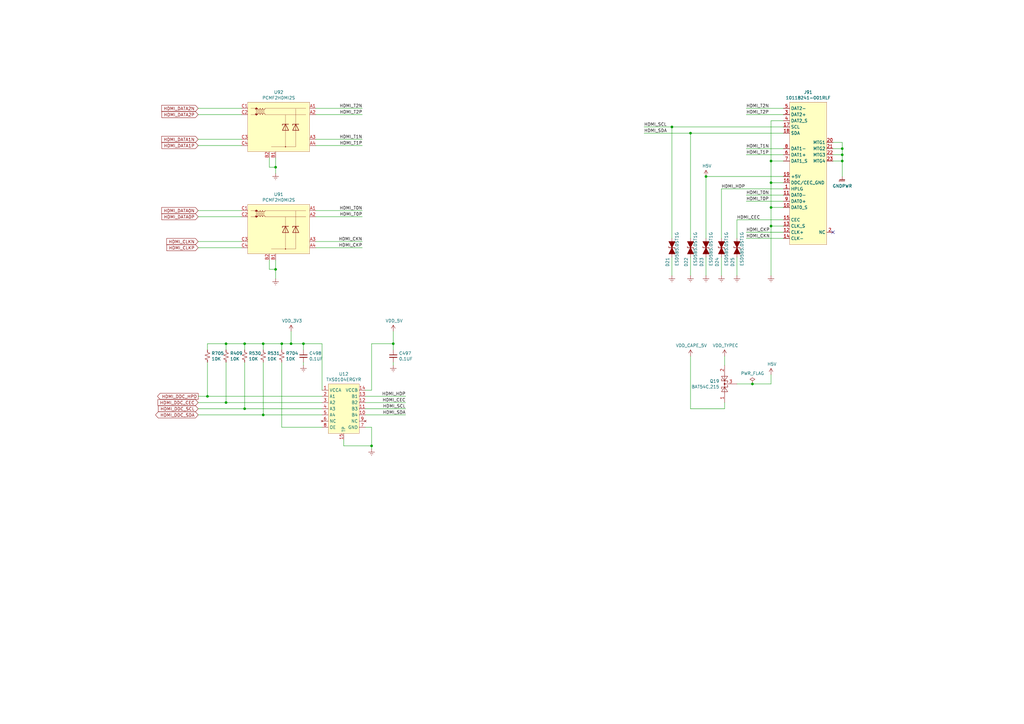
<source format=kicad_sch>
(kicad_sch (version 20210126) (generator eeschema)
  (paper "A3")
  (title_block (title "BeagleBone AI AM57x") (date "2021-01-15") (rev "Kicad-A1") (company "KiCad Services Corporation"))
  (lib_symbols
    (symbol "Device:C_Small" (pin_numbers hide) (pin_names (offset 0.254) hide)
      (property "Reference" "C" (at 0.254 1.778 0))
      (property "Value" "C_Small" (at 0.254 -2.032 0))
      (symbol "C_Small_0_1"
        (polyline (pts (xy -1.524 -0.508) (xy 1.524 -0.508)) (stroke (width 0.3302)))
        (polyline (pts (xy -1.524 0.508) (xy 1.524 0.508)) (stroke (width 0.3048)))
      )
      (symbol "C_Small_1_1"
        (pin passive line (at 0 2.54 270) (length 2.032) (name "~") (number "1"))
        (pin passive line (at 0 -2.54 90) (length 2.032) (name "~") (number "2"))
      )
    )
    (symbol "Device:D_TVS_ALT" (pin_numbers hide) (pin_names (offset 1.016) hide)
      (property "Reference" "D" (at 0 2.54 0))
      (property "Value" "D_TVS_ALT" (at 0 -2.54 0))
      (symbol "D_TVS_ALT_0_1"
        (polyline (pts (xy 1.27 0) (xy -1.27 0)))
        (polyline (pts (xy -2.54 -1.27) (xy 0 0) (xy -2.54 1.27) (xy -2.54 -1.27)) (stroke (width 0.2032)) (fill (type outline)))
        (polyline (pts (xy 0.508 1.27) (xy 0 1.27) (xy 0 -1.27) (xy -0.508 -1.27)) (stroke (width 0.2032)))
        (polyline (pts (xy 2.54 1.27) (xy 2.54 -1.27) (xy 0 0) (xy 2.54 1.27)) (stroke (width 0.2032)) (fill (type outline)))
      )
      (symbol "D_TVS_ALT_1_1"
        (pin passive line (at -3.81 0 0) (length 2.54) (name "A1") (number "1"))
        (pin passive line (at 3.81 0 180) (length 2.54) (name "A2") (number "2"))
      )
    )
    (symbol "Device:R_Small_US" (pin_numbers hide) (pin_names (offset 0.254) hide)
      (property "Reference" "R" (at 0.762 0.508 0))
      (property "Value" "R_Small_US" (at 0.762 -1.016 0))
      (symbol "R_Small_US_1_1"
        (polyline (pts (xy 0 0) (xy 1.016 -0.381) (xy 0 -0.762) (xy -1.016 -1.143) (xy 0 -1.524)))
        (polyline (pts (xy 0 1.524) (xy 1.016 1.143) (xy 0 0.762) (xy -1.016 0.381) (xy 0 0)))
        (pin passive line (at 0 2.54 270) (length 1.016) (name "~") (number "1"))
        (pin passive line (at 0 -2.54 90) (length 1.016) (name "~") (number "2"))
      )
    )
    (symbol "Diode:BAT54C" (pin_names (offset 1.016))
      (property "Reference" "D" (at 0.635 -3.81 0))
      (property "Value" "BAT54C" (at -6.35 3.175 0))
      (symbol "BAT54C_0_1"
        (circle (center 0 0) (radius 0.254) (fill (type outline)))
        (polyline (pts (xy -1.905 0) (xy 1.905 0)))
        (polyline (pts (xy -1.905 1.27) (xy -1.905 1.016)))
        (polyline (pts (xy -1.27 -1.27) (xy -0.635 -1.27)))
        (polyline (pts (xy -1.27 0) (xy -3.81 0)))
        (polyline (pts (xy -1.27 1.27) (xy -1.905 1.27)))
        (polyline (pts (xy -1.27 1.27) (xy -1.27 -1.27)))
        (polyline (pts (xy -0.635 -1.27) (xy -0.635 -1.016)))
        (polyline (pts (xy 0.635 -1.27) (xy 0.635 -1.016)))
        (polyline (pts (xy 1.27 -1.27) (xy 0.635 -1.27)))
        (polyline (pts (xy 1.27 1.27) (xy 1.27 -1.27)))
        (polyline (pts (xy 1.27 1.27) (xy 1.905 1.27)))
        (polyline (pts (xy 1.905 1.27) (xy 1.905 1.016)))
        (polyline (pts (xy 3.81 0) (xy 1.27 0)))
        (polyline (pts (xy -3.175 -1.27) (xy -3.175 1.27) (xy -1.27 0) (xy -3.175 -1.27)))
        (polyline (pts (xy 3.175 -1.27) (xy 3.175 1.27) (xy 1.27 0) (xy 3.175 -1.27)))
      )
      (symbol "BAT54C_1_1"
        (pin passive line (at -7.62 0 0) (length 3.81) (name "~") (number "1"))
        (pin passive line (at 7.62 0 180) (length 3.81) (name "~") (number "2"))
        (pin passive line (at 0 -5.08 90) (length 5.08) (name "~") (number "3"))
      )
    )
    (symbol "beaglebone-ai:10118241-001RLF"
      (property "Reference" "J" (at -6.35 30.48 0))
      (property "Value" "10118241-001RLF" (at 0 -30.48 0))
      (symbol "10118241-001RLF_0_0"
        (pin passive line (at -10.16 -6.35 0) (length 2.54) (name "HPLG") (number "1"))
        (pin passive line (at 10.16 -24.13 180) (length 2.54) (name "NC") (number "2"))
        (pin passive line (at -10.16 24.13 0) (length 2.54) (name "DAT2+") (number "3"))
        (pin passive line (at -10.16 21.59 0) (length 2.54) (name "DAT2_S") (number "4"))
        (pin passive line (at -10.16 26.67 0) (length 2.54) (name "DAT2-") (number "5"))
        (pin passive line (at -10.16 7.62 0) (length 2.54) (name "DAT1+") (number "6"))
        (pin passive line (at -10.16 5.08 0) (length 2.54) (name "DAT1_S") (number "7"))
        (pin passive line (at -10.16 10.16 0) (length 2.54) (name "DAT1-") (number "8"))
        (pin passive line (at -10.16 -11.43 0) (length 2.54) (name "DAT0+") (number "9"))
        (pin passive line (at -10.16 -13.97 0) (length 2.54) (name "DAT0_S") (number "10"))
        (pin passive line (at -10.16 -8.89 0) (length 2.54) (name "DAT0-") (number "11"))
        (pin passive line (at -10.16 -24.13 0) (length 2.54) (name "CLK+") (number "12"))
        (pin passive line (at -10.16 -21.59 0) (length 2.54) (name "CLK_S") (number "13"))
        (pin passive line (at -10.16 -26.67 0) (length 2.54) (name "CLK-") (number "14"))
        (pin passive line (at -10.16 -19.05 0) (length 2.54) (name "CEC") (number "15"))
        (pin passive line (at -10.16 -3.81 0) (length 2.54) (name "DDC/CEC_GND") (number "16"))
        (pin passive line (at -10.16 19.05 0) (length 2.54) (name "SCL") (number "17"))
        (pin passive line (at -10.16 16.51 0) (length 2.54) (name "SDA") (number "18"))
        (pin passive line (at -10.16 -1.27 0) (length 2.54) (name "+5V") (number "19"))
        (pin passive line (at 10.16 12.7 180) (length 2.54) (name "MTG1") (number "20"))
        (pin passive line (at 10.16 10.16 180) (length 2.54) (name "MTG2") (number "21"))
        (pin passive line (at 10.16 7.62 180) (length 2.54) (name "MTG3") (number "22"))
        (pin passive line (at 10.16 5.08 180) (length 2.54) (name "MTG4") (number "23"))
      )
      (symbol "10118241-001RLF_0_1"
        (rectangle (start -7.62 29.21) (end 7.62 -29.21) (stroke (width 0.0006)) (fill (type background)))
      )
    )
    (symbol "beaglebone-ai:H5V" (power) (pin_names (offset 0))
      (property "Value" "H5V" (at 0 3.556 0))
      (symbol "H5V_0_1"
        (polyline (pts (xy -0.762 1.27) (xy 0 2.54)))
        (polyline (pts (xy 0 0) (xy 0 2.54)))
        (polyline (pts (xy 0 2.54) (xy 0.762 1.27)))
      )
      (symbol "H5V_1_1"
        (pin power_in line (at 0 0 90) (length 0) hide (name "H5V") (number "1"))
      )
    )
    (symbol "beaglebone-ai:H5V_1" (power) (pin_names (offset 0))
      (property "Value" "H5V" (at 0 3.556 0))
      (symbol "H5V_1_0_1"
        (polyline (pts (xy -0.762 1.27) (xy 0 2.54)))
        (polyline (pts (xy 0 0) (xy 0 2.54)))
        (polyline (pts (xy 0 2.54) (xy 0.762 1.27)))
      )
      (symbol "H5V_1_1_1"
        (pin power_in line (at 0 0 90) (length 0) hide (name "H5V") (number "1"))
      )
    )
    (symbol "beaglebone-ai:PCMF2HDMI2S" (pin_names hide)
      (property "Reference" "U" (at -12.7 11.43 0))
      (property "Value" "PCMF2HDMI2S" (at 12.7 -11.43 0))
      (symbol "PCMF2HDMI2S_0_1"
        (arc (start -8.636 5.08) (end -9.652 5.08) (radius (at -9.144 5.08) (length 0.508) (angles 0.1 179.9)))
        (arc (start -9.652 7.62) (end -8.636 7.62) (radius (at -9.144 7.62) (length 0.508) (angles -179.9 -0.1)))
        (arc (start -7.62 5.08) (end -8.636 5.08) (radius (at -8.128 5.08) (length 0.508) (angles 0.1 179.9)))
        (arc (start -8.636 7.62) (end -7.62 7.62) (radius (at -8.128 7.62) (length 0.508) (angles -179.9 -0.1)))
        (arc (start -6.604 5.08) (end -7.62 5.08) (radius (at -7.112 5.08) (length 0.508) (angles 0.1 179.9)))
        (arc (start -7.62 7.62) (end -6.604 7.62) (radius (at -7.112 7.62) (length 0.508) (angles -179.9 -0.1)))
        (arc (start -5.588 5.08) (end -6.604 5.08) (radius (at -6.096 5.08) (length 0.508) (angles 0.1 179.9)))
        (arc (start -6.604 7.62) (end -5.588 7.62) (radius (at -6.096 7.62) (length 0.508) (angles -179.9 -0.1)))
        (circle (center -9.144 5.08) (radius 0.254) (fill (type outline)))
        (circle (center -9.144 7.62) (radius 0.254) (fill (type outline)))
        (circle (center 2.794 -8.128) (radius 0.1796) (stroke (width 0.0006)) (fill (type outline)))
        (rectangle (start -12.7 10.16) (end 12.7 -10.16) (stroke (width 0.0006)) (fill (type background)))
        (polyline (pts (xy -9.271 6.604) (xy -9.017 6.604)))
        (polyline (pts (xy -9.017 6.096) (xy -9.271 6.096)))
        (polyline (pts (xy -8.763 6.604) (xy -8.509 6.604)))
        (polyline (pts (xy -8.509 6.096) (xy -8.763 6.096)))
        (polyline (pts (xy -8.255 6.604) (xy -8.001 6.604)))
        (polyline (pts (xy -8.001 6.096) (xy -8.255 6.096)))
        (polyline (pts (xy -7.747 6.604) (xy -7.493 6.604)))
        (polyline (pts (xy -7.493 6.096) (xy -7.747 6.096)))
        (polyline (pts (xy -7.239 6.604) (xy -6.985 6.604)))
        (polyline (pts (xy -6.985 6.096) (xy -7.239 6.096)))
        (polyline (pts (xy -6.731 6.604) (xy -6.477 6.604)))
        (polyline (pts (xy -6.477 6.096) (xy -6.731 6.096)))
        (polyline (pts (xy -6.223 6.604) (xy -5.969 6.604)))
        (polyline (pts (xy -5.969 6.096) (xy -6.223 6.096)))
        (polyline (pts (xy -9.652 7.62) (xy -11.43 7.62)) (stroke (width 0.0006)))
        (polyline (pts (xy -9.652 5.08) (xy -11.43 5.08)) (stroke (width 0.0006)))
        (polyline (pts (xy 11.176 5.08) (xy -5.588 5.08)) (stroke (width 0.0006)))
        (polyline (pts (xy 11.176 7.62) (xy -5.588 7.62)) (stroke (width 0.0006)))
        (polyline (pts (xy 6.985 -1.397) (xy 6.985 1.143)))
        (polyline (pts (xy 8.255 1.143) (xy 5.715 1.143) (xy 5.715 0.635)) (stroke (width 0.2032)))
        (polyline (pts (xy 8.255 -1.397) (xy 5.715 -1.397) (xy 6.985 1.143) (xy 8.255 -1.397)) (stroke (width 0.2032)))
        (polyline (pts (xy 4.064 -1.397) (xy 1.524 -1.397) (xy 2.794 1.143) (xy 4.064 -1.397)) (stroke (width 0.2032)))
        (polyline (pts (xy 4.064 1.143) (xy 1.524 1.143) (xy 1.524 0.635)) (stroke (width 0.2032)))
        (polyline (pts (xy 2.794 -1.397) (xy 2.794 1.143)))
        (polyline (pts (xy 2.794 1.143) (xy 2.794 4.953)) (stroke (width 0.0006)))
        (polyline (pts (xy 6.985 1.143) (xy 6.985 7.493)) (stroke (width 0.0006)))
        (polyline (pts (xy 2.794 -1.524) (xy 2.794 -8.128) (xy -3.048 -8.128)) (stroke (width 0.0006)))
        (polyline (pts (xy 6.985 -1.397) (xy 6.985 -8.128) (xy 2.794 -8.128)) (stroke (width 0.0006)))
      )
      (symbol "PCMF2HDMI2S_1_1"
        (pin bidirectional line (at -15.24 7.62 0) (length 2.54) (name "CH2_IN-") (number "C1"))
        (pin bidirectional line (at -15.24 5.08 0) (length 2.54) (name "CH2_IN+") (number "C2"))
        (pin bidirectional line (at -15.24 -5.08 0) (length 2.54) (name "CH1_IN-") (number "C3"))
        (pin bidirectional line (at -15.24 -7.62 0) (length 2.54) (name "CH1_IN+") (number "C4"))
        (pin bidirectional line (at 15.24 -5.08 180) (length 2.54) (name "CH1_OUT-") (number "A3"))
        (pin bidirectional line (at 15.24 7.62 180) (length 2.54) (name "CH2_OUT-") (number "A1"))
        (pin bidirectional line (at 15.24 -7.62 180) (length 2.54) (name "CH1_OUT+") (number "A4"))
        (pin bidirectional line (at 15.24 5.08 180) (length 2.54) (name "CH2_OUT+") (number "A2"))
        (pin power_in line (at -3.81 -12.7 90) (length 2.54) (name "GND_CH2") (number "B2"))
        (pin power_in line (at -1.27 -12.7 90) (length 2.54) (name "GND_CH1") (number "B1"))
      )
    )
    (symbol "beaglebone-ai:PCMF2HDMI2S_1" (pin_names hide)
      (property "Reference" "U" (at -12.7 11.43 0))
      (property "Value" "PCMF2HDMI2S" (at 12.7 -11.43 0))
      (symbol "PCMF2HDMI2S_1_0_1"
        (arc (start -8.636 5.08) (end -9.652 5.08) (radius (at -9.144 5.08) (length 0.508) (angles 0.1 179.9)))
        (arc (start -9.652 7.62) (end -8.636 7.62) (radius (at -9.144 7.62) (length 0.508) (angles -179.9 -0.1)))
        (arc (start -7.62 5.08) (end -8.636 5.08) (radius (at -8.128 5.08) (length 0.508) (angles 0.1 179.9)))
        (arc (start -8.636 7.62) (end -7.62 7.62) (radius (at -8.128 7.62) (length 0.508) (angles -179.9 -0.1)))
        (arc (start -6.604 5.08) (end -7.62 5.08) (radius (at -7.112 5.08) (length 0.508) (angles 0.1 179.9)))
        (arc (start -7.62 7.62) (end -6.604 7.62) (radius (at -7.112 7.62) (length 0.508) (angles -179.9 -0.1)))
        (arc (start -5.588 5.08) (end -6.604 5.08) (radius (at -6.096 5.08) (length 0.508) (angles 0.1 179.9)))
        (arc (start -6.604 7.62) (end -5.588 7.62) (radius (at -6.096 7.62) (length 0.508) (angles -179.9 -0.1)))
        (circle (center -9.144 5.08) (radius 0.254) (fill (type outline)))
        (circle (center -9.144 7.62) (radius 0.254) (fill (type outline)))
        (circle (center 2.794 -8.128) (radius 0.1796) (stroke (width 0.0006)) (fill (type outline)))
        (rectangle (start -12.7 10.16) (end 12.7 -10.16) (stroke (width 0.0006)) (fill (type background)))
        (polyline (pts (xy -9.271 6.604) (xy -9.017 6.604)))
        (polyline (pts (xy -9.017 6.096) (xy -9.271 6.096)))
        (polyline (pts (xy -8.763 6.604) (xy -8.509 6.604)))
        (polyline (pts (xy -8.509 6.096) (xy -8.763 6.096)))
        (polyline (pts (xy -8.255 6.604) (xy -8.001 6.604)))
        (polyline (pts (xy -8.001 6.096) (xy -8.255 6.096)))
        (polyline (pts (xy -7.747 6.604) (xy -7.493 6.604)))
        (polyline (pts (xy -7.493 6.096) (xy -7.747 6.096)))
        (polyline (pts (xy -7.239 6.604) (xy -6.985 6.604)))
        (polyline (pts (xy -6.985 6.096) (xy -7.239 6.096)))
        (polyline (pts (xy -6.731 6.604) (xy -6.477 6.604)))
        (polyline (pts (xy -6.477 6.096) (xy -6.731 6.096)))
        (polyline (pts (xy -6.223 6.604) (xy -5.969 6.604)))
        (polyline (pts (xy -5.969 6.096) (xy -6.223 6.096)))
        (polyline (pts (xy -9.652 7.62) (xy -11.43 7.62)) (stroke (width 0.0006)))
        (polyline (pts (xy -9.652 5.08) (xy -11.43 5.08)) (stroke (width 0.0006)))
        (polyline (pts (xy 11.176 5.08) (xy -5.588 5.08)) (stroke (width 0.0006)))
        (polyline (pts (xy 11.176 7.62) (xy -5.588 7.62)) (stroke (width 0.0006)))
        (polyline (pts (xy 6.985 -1.397) (xy 6.985 1.143)))
        (polyline (pts (xy 8.255 1.143) (xy 5.715 1.143) (xy 5.715 0.635)) (stroke (width 0.2032)))
        (polyline (pts (xy 8.255 -1.397) (xy 5.715 -1.397) (xy 6.985 1.143) (xy 8.255 -1.397)) (stroke (width 0.2032)))
        (polyline (pts (xy 4.064 -1.397) (xy 1.524 -1.397) (xy 2.794 1.143) (xy 4.064 -1.397)) (stroke (width 0.2032)))
        (polyline (pts (xy 4.064 1.143) (xy 1.524 1.143) (xy 1.524 0.635)) (stroke (width 0.2032)))
        (polyline (pts (xy 2.794 -1.397) (xy 2.794 1.143)))
        (polyline (pts (xy 2.794 1.143) (xy 2.794 4.953)) (stroke (width 0.0006)))
        (polyline (pts (xy 6.985 1.143) (xy 6.985 7.493)) (stroke (width 0.0006)))
        (polyline (pts (xy 2.794 -1.524) (xy 2.794 -8.128) (xy -3.048 -8.128)) (stroke (width 0.0006)))
        (polyline (pts (xy 6.985 -1.397) (xy 6.985 -8.128) (xy 2.794 -8.128)) (stroke (width 0.0006)))
      )
      (symbol "PCMF2HDMI2S_1_1_1"
        (pin bidirectional line (at -15.24 7.62 0) (length 2.54) (name "CH2_IN-") (number "C1"))
        (pin bidirectional line (at -15.24 5.08 0) (length 2.54) (name "CH2_IN+") (number "C2"))
        (pin bidirectional line (at -15.24 -5.08 0) (length 2.54) (name "CH1_IN-") (number "C3"))
        (pin bidirectional line (at -15.24 -7.62 0) (length 2.54) (name "CH1_IN+") (number "C4"))
        (pin bidirectional line (at 15.24 -5.08 180) (length 2.54) (name "CH1_OUT-") (number "A3"))
        (pin bidirectional line (at 15.24 7.62 180) (length 2.54) (name "CH2_OUT-") (number "A1"))
        (pin bidirectional line (at 15.24 -7.62 180) (length 2.54) (name "CH1_OUT+") (number "A4"))
        (pin bidirectional line (at 15.24 5.08 180) (length 2.54) (name "CH2_OUT+") (number "A2"))
        (pin power_in line (at -3.81 -12.7 90) (length 2.54) (name "GND_CH2") (number "B2"))
        (pin power_in line (at -1.27 -12.7 90) (length 2.54) (name "GND_CH1") (number "B1"))
      )
    )
    (symbol "beaglebone-ai:TXS0104ERGYR"
      (property "Reference" "U" (at -6.35 10.16 0))
      (property "Value" "TXS0104ERGYR" (at 0 -12.7 0))
      (symbol "TXS0104ERGYR_0_1"
        (rectangle (start -6.35 8.89) (end 6.35 -11.43) (stroke (width 0.0006)) (fill (type background)))
      )
      (symbol "TXS0104ERGYR_1_1"
        (pin passive line (at -8.89 3.81 0) (length 2.54) (name "A1") (number "2"))
        (pin passive line (at -8.89 1.27 0) (length 2.54) (name "A2") (number "3"))
        (pin passive line (at -8.89 -1.27 0) (length 2.54) (name "A3") (number "4"))
        (pin passive line (at -8.89 -3.81 0) (length 2.54) (name "A4") (number "5"))
        (pin passive line (at 8.89 -3.81 180) (length 2.54) (name "B4") (number "10"))
        (pin passive line (at 8.89 -1.27 180) (length 2.54) (name "B3") (number "11"))
        (pin passive line (at 8.89 1.27 180) (length 2.54) (name "B2") (number "12"))
        (pin passive line (at 8.89 3.81 180) (length 2.54) (name "B1") (number "13"))
        (pin power_in line (at -8.89 6.35 0) (length 2.54) (name "VCCA") (number "1"))
        (pin power_in line (at 8.89 6.35 180) (length 2.54) (name "VCCB") (number "14"))
        (pin no_connect line (at 8.89 -6.35 180) (length 2.54) (name "NC") (number "9"))
        (pin no_connect line (at -8.89 -6.35 0) (length 2.54) (name "NC") (number "6"))
        (pin input line (at -8.89 -8.89 0) (length 2.54) (name "OE") (number "8"))
        (pin input line (at 8.89 -8.89 180) (length 2.54) (name "GND") (number "7"))
        (pin passive line (at 0 -13.97 90) (length 2.54) (name "TP") (number "15"))
      )
    )
    (symbol "beaglebone-ai:VDD_3V3" (power) (pin_names (offset 0))
      (property "Value" "VDD_3V3" (at 0 3.556 0))
      (symbol "VDD_3V3_0_1"
        (polyline (pts (xy -0.762 1.27) (xy 0 2.54)))
        (polyline (pts (xy 0 0) (xy 0 2.54)))
        (polyline (pts (xy 0 2.54) (xy 0.762 1.27)))
      )
      (symbol "VDD_3V3_1_1"
        (pin power_in line (at 0 0 90) (length 0) hide (name "VDD_3V3") (number "1"))
      )
    )
    (symbol "beaglebone-ai:VDD_5V" (power) (pin_names (offset 0))
      (property "Value" "VDD_5V" (at 0 3.556 0))
      (symbol "VDD_5V_0_1"
        (polyline (pts (xy -0.762 1.27) (xy 0 2.54)))
        (polyline (pts (xy 0 0) (xy 0 2.54)))
        (polyline (pts (xy 0 2.54) (xy 0.762 1.27)))
      )
      (symbol "VDD_5V_1_1"
        (pin power_in line (at 0 0 90) (length 0) hide (name "VDD_5V") (number "1"))
      )
    )
    (symbol "beaglebone-ai:VDD_CAPE_5V" (power) (pin_names (offset 0))
      (property "Value" "VDD_CAPE_5V" (at 0 3.556 0))
      (symbol "VDD_CAPE_5V_0_1"
        (polyline (pts (xy -0.762 1.27) (xy 0 2.54)))
        (polyline (pts (xy 0 0) (xy 0 2.54)))
        (polyline (pts (xy 0 2.54) (xy 0.762 1.27)))
      )
      (symbol "VDD_CAPE_5V_1_1"
        (pin power_in line (at 0 0 90) (length 0) hide (name "VDD_CAPE_5V") (number "1"))
      )
    )
    (symbol "beaglebone-ai:VDD_TYPEC" (power) (pin_names (offset 0))
      (property "Value" "VDD_TYPEC" (at 0 3.556 0))
      (symbol "VDD_TYPEC_0_1"
        (polyline (pts (xy -0.762 1.27) (xy 0 2.54)))
        (polyline (pts (xy 0 0) (xy 0 2.54)))
        (polyline (pts (xy 0 2.54) (xy 0.762 1.27)))
      )
      (symbol "VDD_TYPEC_1_1"
        (pin power_in line (at 0 0 90) (length 0) hide (name "VDD_TYPEC") (number "1"))
      )
    )
    (symbol "power:Earth" (power) (pin_names (offset 0))
      (symbol "Earth_0_1"
        (polyline (pts (xy -0.635 -1.905) (xy 0.635 -1.905)))
        (polyline (pts (xy -0.127 -2.54) (xy 0.127 -2.54)))
        (polyline (pts (xy 0 -1.27) (xy 0 0)))
        (polyline (pts (xy 1.27 -1.27) (xy -1.27 -1.27)))
      )
      (symbol "Earth_1_1"
        (pin power_in line (at 0 0 270) (length 0) hide (name "Earth") (number "1"))
      )
    )
    (symbol "power:GNDPWR" (power) (pin_names (offset 0))
      (property "Value" "GNDPWR" (at 0 -3.302 0))
      (symbol "GNDPWR_0_1"
        (polyline (pts (xy 0 -1.27) (xy 0 0)))
        (polyline (pts (xy -1.016 -1.27) (xy -1.27 -2.032) (xy -1.27 -2.032)) (stroke (width 0.2032)))
        (polyline (pts (xy -0.508 -1.27) (xy -0.762 -2.032) (xy -0.762 -2.032)) (stroke (width 0.2032)))
        (polyline (pts (xy 0 -1.27) (xy -0.254 -2.032) (xy -0.254 -2.032)) (stroke (width 0.2032)))
        (polyline (pts (xy 0.508 -1.27) (xy 0.254 -2.032) (xy 0.254 -2.032)) (stroke (width 0.2032)))
        (polyline (pts (xy 1.016 -1.27) (xy -1.016 -1.27) (xy -1.016 -1.27)) (stroke (width 0.2032)))
        (polyline (pts (xy 1.016 -1.27) (xy 0.762 -2.032) (xy 0.762 -2.032) (xy 0.762 -2.032)) (stroke (width 0.2032)))
      )
      (symbol "GNDPWR_1_1"
        (pin power_in line (at 0 0 270) (length 0) hide (name "GNDPWR") (number "1"))
      )
    )
    (symbol "power:PWR_FLAG" (power) (pin_numbers hide) (pin_names (offset 0) hide)
      (property "Value" "PWR_FLAG" (at 0 3.81 0))
      (symbol "PWR_FLAG_0_0"
        (pin power_out line (at 0 0 90) (length 0) (name "pwr") (number "1"))
      )
      (symbol "PWR_FLAG_0_1"
        (polyline (pts (xy 0 0) (xy 0 1.27) (xy -1.016 1.905) (xy 0 2.54) (xy 1.016 1.905) (xy 0 1.27)))
      )
    )
  )
  (junction (at 85.09 162.56) (diameter 0.9144))
  (junction (at 92.71 140.97) (diameter 0.9144))
  (junction (at 92.71 165.1) (diameter 0.9144))
  (junction (at 100.33 140.97) (diameter 0.9144))
  (junction (at 100.33 167.64) (diameter 0.9144))
  (junction (at 107.95 140.97) (diameter 0.9144))
  (junction (at 107.95 170.18) (diameter 0.9144))
  (junction (at 113.03 68.58) (diameter 0.9144))
  (junction (at 113.03 110.49) (diameter 0.9144))
  (junction (at 115.57 140.97) (diameter 0.9144))
  (junction (at 119.38 140.97) (diameter 0.9144))
  (junction (at 124.46 140.97) (diameter 0.9144))
  (junction (at 152.4 182.88) (diameter 0.9144))
  (junction (at 161.29 140.97) (diameter 0.9144))
  (junction (at 275.59 52.07) (diameter 0.9144))
  (junction (at 283.21 54.61) (diameter 0.9144))
  (junction (at 289.56 72.39) (diameter 0.9144))
  (junction (at 308.61 157.48) (diameter 0.9144))
  (junction (at 316.23 66.04) (diameter 0.9144))
  (junction (at 316.23 74.93) (diameter 0.9144))
  (junction (at 316.23 85.09) (diameter 0.9144))
  (junction (at 316.23 92.71) (diameter 0.9144))
  (junction (at 345.44 60.96) (diameter 0.9144))
  (junction (at 345.44 63.5) (diameter 0.9144))
  (junction (at 345.44 66.04) (diameter 0.9144))
  (no_connect (at 341.63 95.25))
  (wire (pts (xy 81.28 44.45) (xy 99.06 44.45)))
  (wire (pts (xy 81.28 46.99) (xy 99.06 46.99)))
  (wire (pts (xy 81.28 57.15) (xy 99.06 57.15)))
  (wire (pts (xy 81.28 59.69) (xy 99.06 59.69)))
  (wire (pts (xy 81.28 86.36) (xy 99.06 86.36)))
  (wire (pts (xy 81.28 88.9) (xy 99.06 88.9)))
  (wire (pts (xy 81.28 99.06) (xy 99.06 99.06)))
  (wire (pts (xy 81.28 101.6) (xy 99.06 101.6)))
  (wire (pts (xy 81.28 162.56) (xy 85.09 162.56)))
  (wire (pts (xy 81.28 165.1) (xy 92.71 165.1)))
  (wire (pts (xy 81.28 167.64) (xy 100.33 167.64)))
  (wire (pts (xy 81.28 170.18) (xy 107.95 170.18)))
  (wire (pts (xy 85.09 140.97) (xy 92.71 140.97)))
  (wire (pts (xy 85.09 143.51) (xy 85.09 140.97)))
  (wire (pts (xy 85.09 148.59) (xy 85.09 162.56)))
  (wire (pts (xy 85.09 162.56) (xy 132.08 162.56)))
  (wire (pts (xy 92.71 140.97) (xy 92.71 143.51)))
  (wire (pts (xy 92.71 140.97) (xy 100.33 140.97)))
  (wire (pts (xy 92.71 148.59) (xy 92.71 165.1)))
  (wire (pts (xy 92.71 165.1) (xy 132.08 165.1)))
  (wire (pts (xy 100.33 140.97) (xy 100.33 143.51)))
  (wire (pts (xy 100.33 140.97) (xy 107.95 140.97)))
  (wire (pts (xy 100.33 148.59) (xy 100.33 167.64)))
  (wire (pts (xy 100.33 167.64) (xy 132.08 167.64)))
  (wire (pts (xy 107.95 140.97) (xy 107.95 143.51)))
  (wire (pts (xy 107.95 140.97) (xy 115.57 140.97)))
  (wire (pts (xy 107.95 148.59) (xy 107.95 170.18)))
  (wire (pts (xy 107.95 170.18) (xy 132.08 170.18)))
  (wire (pts (xy 110.49 64.77) (xy 110.49 68.58)))
  (wire (pts (xy 110.49 68.58) (xy 113.03 68.58)))
  (wire (pts (xy 110.49 106.68) (xy 110.49 110.49)))
  (wire (pts (xy 110.49 110.49) (xy 113.03 110.49)))
  (wire (pts (xy 113.03 64.77) (xy 113.03 68.58)))
  (wire (pts (xy 113.03 68.58) (xy 113.03 71.12)))
  (wire (pts (xy 113.03 106.68) (xy 113.03 110.49)))
  (wire (pts (xy 113.03 110.49) (xy 113.03 114.3)))
  (wire (pts (xy 115.57 140.97) (xy 115.57 143.51)))
  (wire (pts (xy 115.57 140.97) (xy 119.38 140.97)))
  (wire (pts (xy 115.57 148.59) (xy 115.57 175.26)))
  (wire (pts (xy 115.57 175.26) (xy 132.08 175.26)))
  (wire (pts (xy 119.38 135.89) (xy 119.38 140.97)))
  (wire (pts (xy 119.38 140.97) (xy 124.46 140.97)))
  (wire (pts (xy 124.46 140.97) (xy 124.46 143.51)))
  (wire (pts (xy 124.46 140.97) (xy 132.08 140.97)))
  (wire (pts (xy 124.46 149.86) (xy 124.46 148.59)))
  (wire (pts (xy 129.54 44.45) (xy 148.59 44.45)))
  (wire (pts (xy 129.54 46.99) (xy 148.59 46.99)))
  (wire (pts (xy 129.54 57.15) (xy 148.59 57.15)))
  (wire (pts (xy 129.54 59.69) (xy 148.59 59.69)))
  (wire (pts (xy 129.54 86.36) (xy 148.59 86.36)))
  (wire (pts (xy 129.54 88.9) (xy 148.59 88.9)))
  (wire (pts (xy 129.54 99.06) (xy 148.59 99.06)))
  (wire (pts (xy 129.54 101.6) (xy 148.59 101.6)))
  (wire (pts (xy 132.08 140.97) (xy 132.08 160.02)))
  (wire (pts (xy 140.97 180.34) (xy 140.97 182.88)))
  (wire (pts (xy 140.97 182.88) (xy 152.4 182.88)))
  (wire (pts (xy 149.86 160.02) (xy 152.4 160.02)))
  (wire (pts (xy 149.86 162.56) (xy 166.37 162.56)))
  (wire (pts (xy 149.86 165.1) (xy 166.37 165.1)))
  (wire (pts (xy 149.86 167.64) (xy 166.37 167.64)))
  (wire (pts (xy 149.86 170.18) (xy 166.37 170.18)))
  (wire (pts (xy 152.4 140.97) (xy 161.29 140.97)))
  (wire (pts (xy 152.4 160.02) (xy 152.4 140.97)))
  (wire (pts (xy 152.4 175.26) (xy 149.86 175.26)))
  (wire (pts (xy 152.4 182.88) (xy 152.4 175.26)))
  (wire (pts (xy 152.4 182.88) (xy 152.4 184.15)))
  (wire (pts (xy 161.29 135.89) (xy 161.29 140.97)))
  (wire (pts (xy 161.29 140.97) (xy 161.29 143.51)))
  (wire (pts (xy 161.29 149.86) (xy 161.29 148.59)))
  (wire (pts (xy 264.16 52.07) (xy 275.59 52.07)))
  (wire (pts (xy 264.16 54.61) (xy 283.21 54.61)))
  (wire (pts (xy 275.59 52.07) (xy 275.59 97.79)))
  (wire (pts (xy 275.59 52.07) (xy 321.31 52.07)))
  (wire (pts (xy 275.59 105.41) (xy 275.59 113.03)))
  (wire (pts (xy 283.21 54.61) (xy 321.31 54.61)))
  (wire (pts (xy 283.21 97.79) (xy 283.21 54.61)))
  (wire (pts (xy 283.21 105.41) (xy 283.21 113.03)))
  (wire (pts (xy 283.21 167.64) (xy 283.21 146.05)))
  (wire (pts (xy 289.56 72.39) (xy 289.56 97.79)))
  (wire (pts (xy 289.56 72.39) (xy 321.31 72.39)))
  (wire (pts (xy 289.56 105.41) (xy 289.56 113.03)))
  (wire (pts (xy 295.91 77.47) (xy 295.91 97.79)))
  (wire (pts (xy 295.91 77.47) (xy 321.31 77.47)))
  (wire (pts (xy 295.91 105.41) (xy 295.91 113.03)))
  (wire (pts (xy 297.18 146.05) (xy 297.18 149.86)))
  (wire (pts (xy 297.18 165.1) (xy 297.18 167.64)))
  (wire (pts (xy 297.18 167.64) (xy 283.21 167.64)))
  (wire (pts (xy 302.26 90.17) (xy 302.26 97.79)))
  (wire (pts (xy 302.26 90.17) (xy 321.31 90.17)))
  (wire (pts (xy 302.26 105.41) (xy 302.26 113.03)))
  (wire (pts (xy 302.26 157.48) (xy 308.61 157.48)))
  (wire (pts (xy 306.07 44.45) (xy 321.31 44.45)))
  (wire (pts (xy 306.07 46.99) (xy 321.31 46.99)))
  (wire (pts (xy 306.07 60.96) (xy 321.31 60.96)))
  (wire (pts (xy 306.07 63.5) (xy 321.31 63.5)))
  (wire (pts (xy 306.07 80.01) (xy 321.31 80.01)))
  (wire (pts (xy 306.07 82.55) (xy 321.31 82.55)))
  (wire (pts (xy 306.07 95.25) (xy 321.31 95.25)))
  (wire (pts (xy 306.07 97.79) (xy 321.31 97.79)))
  (wire (pts (xy 308.61 157.48) (xy 316.23 157.48)))
  (wire (pts (xy 316.23 49.53) (xy 316.23 66.04)))
  (wire (pts (xy 316.23 49.53) (xy 321.31 49.53)))
  (wire (pts (xy 316.23 66.04) (xy 316.23 74.93)))
  (wire (pts (xy 316.23 66.04) (xy 321.31 66.04)))
  (wire (pts (xy 316.23 74.93) (xy 316.23 85.09)))
  (wire (pts (xy 316.23 74.93) (xy 321.31 74.93)))
  (wire (pts (xy 316.23 85.09) (xy 316.23 92.71)))
  (wire (pts (xy 316.23 85.09) (xy 321.31 85.09)))
  (wire (pts (xy 316.23 92.71) (xy 316.23 113.03)))
  (wire (pts (xy 316.23 92.71) (xy 321.31 92.71)))
  (wire (pts (xy 316.23 153.67) (xy 316.23 157.48)))
  (wire (pts (xy 341.63 58.42) (xy 345.44 58.42)))
  (wire (pts (xy 341.63 60.96) (xy 345.44 60.96)))
  (wire (pts (xy 341.63 63.5) (xy 345.44 63.5)))
  (wire (pts (xy 341.63 66.04) (xy 345.44 66.04)))
  (wire (pts (xy 345.44 58.42) (xy 345.44 60.96)))
  (wire (pts (xy 345.44 60.96) (xy 345.44 63.5)))
  (wire (pts (xy 345.44 63.5) (xy 345.44 66.04)))
  (wire (pts (xy 345.44 66.04) (xy 345.44 72.39)))
  (label "HDMI_T2N" (at 148.59 44.45 180))
  (label "HDMI_T2P" (at 148.59 46.99 180))
  (label "HDMI_T1N" (at 148.59 57.15 180))
  (label "HDMI_T1P" (at 148.59 59.69 180))
  (label "HDMI_T0N" (at 148.59 86.36 180))
  (label "HDMI_T0P" (at 148.59 88.9 180))
  (label "HDMI_CKN" (at 148.59 99.06 180))
  (label "HDMI_CKP" (at 148.59 101.6 180))
  (label "HDMI_HDP" (at 166.37 162.56 180))
  (label "HDMI_CEC" (at 166.37 165.1 180))
  (label "HDMI_SCL" (at 166.37 167.64 180))
  (label "HDMI_SDA" (at 166.37 170.18 180))
  (label "HDMI_SCL" (at 264.16 52.07 0))
  (label "HDMI_SDA" (at 264.16 54.61 0))
  (label "HDMI_HDP" (at 295.91 77.47 0))
  (label "HDMI_CEC" (at 302.26 90.17 0))
  (label "HDMI_T2N" (at 306.07 44.45 0))
  (label "HDMI_T2P" (at 306.07 46.99 0))
  (label "HDMI_T1N" (at 306.07 60.96 0))
  (label "HDMI_T1P" (at 306.07 63.5 0))
  (label "HDMI_T0N" (at 306.07 80.01 0))
  (label "HDMI_T0P" (at 306.07 82.55 0))
  (label "HDMI_CKP" (at 306.07 95.25 0))
  (label "HDMI_CKN" (at 306.07 97.79 0))
  (global_label "HDMI_DATA2N" (shape input) (at 81.28 44.45 180) (property "Intersheet References" "${INTERSHEET_REFS}" (at 64.7639 44.3706 0) (effects (justify right))))
  (global_label "HDMI_DATA2P" (shape input) (at 81.28 46.99 180) (property "Intersheet References" "${INTERSHEET_REFS}" (at 64.8243 46.9106 0) (effects (justify right))))
  (global_label "HDMI_DATA1N" (shape input) (at 81.28 57.15 180) (property "Intersheet References" "${INTERSHEET_REFS}" (at 64.7639 57.0706 0) (effects (justify right))))
  (global_label "HDMI_DATA1P" (shape input) (at 81.28 59.69 180) (property "Intersheet References" "${INTERSHEET_REFS}" (at 64.8243 59.6106 0) (effects (justify right))))
  (global_label "HDMI_DATA0N" (shape input) (at 81.28 86.36 180) (property "Intersheet References" "${INTERSHEET_REFS}" (at 64.7639 86.2806 0) (effects (justify right))))
  (global_label "HDMI_DATA0P" (shape input) (at 81.28 88.9 180) (property "Intersheet References" "${INTERSHEET_REFS}" (at 64.8243 88.8206 0) (effects (justify right))))
  (global_label "HDMI_CLKN" (shape input) (at 81.28 99.06 180) (property "Intersheet References" "${INTERSHEET_REFS}" (at 66.82 98.9806 0) (effects (justify right))))
  (global_label "HDMI_CLKP" (shape input) (at 81.28 101.6 180) (property "Intersheet References" "${INTERSHEET_REFS}" (at 66.8805 101.5206 0) (effects (justify right))))
  (global_label "HDMI_DDC_HPD" (shape output) (at 81.28 162.56 180) (property "Intersheet References" "${INTERSHEET_REFS}" (at 63.0705 162.4806 0) (effects (justify right))))
  (global_label "HDMI_DDC_CEC" (shape input) (at 81.28 165.1 180) (property "Intersheet References" "${INTERSHEET_REFS}" (at 63.2519 165.0206 0) (effects (justify right))))
  (global_label "HDMI_DDC_SCL" (shape input) (at 81.28 167.64 180) (property "Intersheet References" "${INTERSHEET_REFS}" (at 63.4334 167.5606 0) (effects (justify right))))
  (global_label "HDMI_DDC_SDA" (shape bidirectional) (at 81.28 170.18 180) (property "Intersheet References" "${INTERSHEET_REFS}" (at 63.3729 170.1006 0) (effects (justify right))))
  (symbol (lib_id "power:PWR_FLAG") (at 308.61 157.48 0) (unit 1)
    (property "Reference" "#FLG0107" (effects hide))
    (property "Value" "PWR_FLAG" (at 308.61 153.1556 0))
  )
  (symbol (lib_id "beaglebone-ai:VDD_3V3") (at 119.38 135.89 0) (unit 1)
    (property "Reference" "#PWR0538" (effects hide))
    (property "Value" "VDD_3V3" (at 119.7483 131.5656 0))
  )
  (symbol (lib_id "beaglebone-ai:VDD_5V") (at 161.29 135.89 0) (unit 1)
    (property "Reference" "#PWR0547" (effects hide))
    (property "Value" "VDD_5V" (at 161.6583 131.5656 0))
  )
  (symbol (lib_id "beaglebone-ai:VDD_CAPE_5V") (at 283.21 146.05 0) (unit 1)
    (property "Reference" "#PWR0530" (effects hide))
    (property "Value" "VDD_CAPE_5V" (at 283.5783 141.7256 0))
  )
  (symbol (lib_name "beaglebone-ai:H5V_1") (lib_id "beaglebone-ai:H5V") (at 289.56 72.39 0) (unit 1)
    (property "Reference" "#PWR0535" (effects hide))
    (property "Value" "H5V" (at 289.9283 68.0656 0))
  )
  (symbol (lib_id "beaglebone-ai:VDD_TYPEC") (at 297.18 146.05 0) (unit 1)
    (property "Reference" "#PWR0527" (effects hide))
    (property "Value" "VDD_TYPEC" (at 297.5483 141.7256 0))
  )
  (symbol (lib_id "beaglebone-ai:H5V") (at 316.23 153.67 0) (unit 1)
    (property "Reference" "#PWR0526" (effects hide))
    (property "Value" "H5V" (at 316.5983 149.3456 0))
  )
  (symbol (lib_id "power:GNDPWR") (at 345.44 72.39 0) (unit 1)
    (property "Reference" "#PWR0525" (effects hide))
    (property "Value" "GNDPWR" (at 345.5035 76.308 0))
  )
  (symbol (lib_id "power:Earth") (at 113.03 71.12 0) (unit 1)
    (property "Reference" "#PWR0536" (effects hide))
    (property "Value" "Earth" (effects hide))
  )
  (symbol (lib_id "power:Earth") (at 113.03 114.3 0) (unit 1)
    (property "Reference" "#PWR0537" (effects hide))
    (property "Value" "Earth" (effects hide))
  )
  (symbol (lib_id "power:Earth") (at 124.46 149.86 0) (unit 1)
    (property "Reference" "#PWR0539" (effects hide))
    (property "Value" "Earth" (effects hide))
  )
  (symbol (lib_id "power:Earth") (at 152.4 184.15 0) (unit 1)
    (property "Reference" "#PWR0540" (effects hide))
    (property "Value" "Earth" (effects hide))
  )
  (symbol (lib_id "power:Earth") (at 161.29 149.86 0) (unit 1)
    (property "Reference" "#PWR0546" (effects hide))
    (property "Value" "Earth" (effects hide))
  )
  (symbol (lib_id "power:Earth") (at 275.59 113.03 0) (unit 1)
    (property "Reference" "#PWR0533" (effects hide))
    (property "Value" "Earth" (effects hide))
  )
  (symbol (lib_id "power:Earth") (at 283.21 113.03 0) (unit 1)
    (property "Reference" "#PWR0528" (effects hide))
    (property "Value" "Earth" (effects hide))
  )
  (symbol (lib_id "power:Earth") (at 289.56 113.03 0) (unit 1)
    (property "Reference" "#PWR0534" (effects hide))
    (property "Value" "Earth" (effects hide))
  )
  (symbol (lib_id "power:Earth") (at 295.91 113.03 0) (unit 1)
    (property "Reference" "#PWR0531" (effects hide))
    (property "Value" "Earth" (effects hide))
  )
  (symbol (lib_id "power:Earth") (at 302.26 113.03 0) (unit 1)
    (property "Reference" "#PWR0529" (effects hide))
    (property "Value" "Earth" (effects hide))
  )
  (symbol (lib_id "power:Earth") (at 316.23 113.03 0) (unit 1)
    (property "Reference" "#PWR0532" (effects hide))
    (property "Value" "Earth" (effects hide))
  )
  (symbol (lib_id "Device:R_Small_US") (at 85.09 146.05 0) (unit 1)
    (property "Reference" "R705" (at 86.741 144.901 0) (effects (justify left)))
    (property "Value" "10K" (at 86.741 147.199 0) (effects (justify left)))
    (property "Footprint" "beaglebone-ai:R0402" (effects hide))
    (property "Description" "RES,10K,+/-1%,1/16W,SMD0402" (effects hide))
    (property "Manufacturer" "YAGEO" (effects hide))
    (property "Manufacturer P/N" "RC0402FR-0710KL" (effects hide))
    (property "Rating" "1%" (effects hide))
  )
  (symbol (lib_id "Device:R_Small_US") (at 92.71 146.05 0) (unit 1)
    (property "Reference" "R409" (at 94.361 144.901 0) (effects (justify left)))
    (property "Value" "10K" (at 94.361 147.199 0) (effects (justify left)))
    (property "Footprint" "beaglebone-ai:R0402" (effects hide))
    (property "Description" "RES,10K,+/-1%,1/16W,SMD0402" (effects hide))
    (property "Manufacturer" "YAGEO" (effects hide))
    (property "Manufacturer P/N" "RC0402FR-0710KL" (effects hide))
    (property "Rating" "1%" (effects hide))
  )
  (symbol (lib_id "Device:R_Small_US") (at 100.33 146.05 0) (unit 1)
    (property "Reference" "R530" (at 101.981 144.901 0) (effects (justify left)))
    (property "Value" "10K" (at 101.981 147.199 0) (effects (justify left)))
    (property "Footprint" "beaglebone-ai:R0402" (effects hide))
    (property "Description" "RES,10K,+/-1%,1/16W,SMD0402" (effects hide))
    (property "Manufacturer" "YAGEO" (effects hide))
    (property "Manufacturer P/N" "RC0402FR-0710KL" (effects hide))
    (property "Rating" "1%" (effects hide))
  )
  (symbol (lib_id "Device:R_Small_US") (at 107.95 146.05 0) (unit 1)
    (property "Reference" "R531" (at 109.601 144.901 0) (effects (justify left)))
    (property "Value" "10K" (at 109.601 147.199 0) (effects (justify left)))
    (property "Footprint" "beaglebone-ai:R0402" (effects hide))
    (property "Description" "RES,10K,+/-1%,1/16W,SMD0402" (effects hide))
    (property "Manufacturer" "YAGEO" (effects hide))
    (property "Manufacturer P/N" "RC0402FR-0710KL" (effects hide))
    (property "Rating" "1%" (effects hide))
  )
  (symbol (lib_id "Device:R_Small_US") (at 115.57 146.05 0) (unit 1)
    (property "Reference" "R704" (at 117.221 144.901 0) (effects (justify left)))
    (property "Value" "10K" (at 117.221 147.199 0) (effects (justify left)))
    (property "Footprint" "beaglebone-ai:R0402" (effects hide))
    (property "Description" "RES,10K,+/-1%,1/16W,SMD0402" (effects hide))
    (property "Manufacturer" "YAGEO" (effects hide))
    (property "Manufacturer P/N" "RC0402FR-0710KL" (effects hide))
    (property "Rating" "1%" (effects hide))
  )
  (symbol (lib_id "Device:C_Small") (at 124.46 146.05 0) (unit 1)
    (property "Reference" "C498" (at 126.784 144.901 0) (effects (justify left)))
    (property "Value" "0.1UF" (at 126.784 147.199 0) (effects (justify left)))
    (property "Footprint" "beaglebone-ai:C0402" (effects hide))
    (property "Description" "CAP,100NF,+/-10%,X7R,16V,SMD0402" (effects hide))
    (property "Manufacturer" "Murata" (effects hide))
    (property "Manufacturer P/N" "GRM155R71C104KA88D" (effects hide))
    (property "Rating" "16V,X7R" (effects hide))
  )
  (symbol (lib_id "Device:C_Small") (at 161.29 146.05 0) (unit 1)
    (property "Reference" "C497" (at 163.614 144.901 0) (effects (justify left)))
    (property "Value" "0.1UF" (at 163.614 147.199 0) (effects (justify left)))
    (property "Footprint" "beaglebone-ai:C0402" (effects hide))
    (property "Description" "CAP,100NF,+/-10%,X7R,16V,SMD0402" (effects hide))
    (property "Manufacturer" "Murata" (effects hide))
    (property "Manufacturer P/N" "GRM155R71C104KA88D" (effects hide))
    (property "Rating" "16V,X7R" (effects hide))
  )
  (symbol (lib_id "Device:D_TVS_ALT") (at 275.59 101.6 90) (unit 1)
    (property "Reference" "D21" (at 273.787 105.531 0) (effects (justify right)))
    (property "Value" "ESD5B5.0ST1G" (at 277.597 95.129 0) (effects (justify right)))
    (property "Footprint" "beaglebone-ai:SODFL1608X70N" (effects hide))
    (property "Description" "Diode,TVS,ESD5B5.0ST1G,5V,50W,SOD-523,SMD" (effects hide))
    (property "Manufacturer" "ON" (effects hide))
    (property "Manufacturer P/N" "ESD5B5.0ST1G" (effects hide))
  )
  (symbol (lib_id "Device:D_TVS_ALT") (at 283.21 101.6 90) (unit 1)
    (property "Reference" "D22" (at 281.407 105.531 0) (effects (justify right)))
    (property "Value" "ESD5B5.0ST1G" (at 285.217 95.129 0) (effects (justify right)))
    (property "Footprint" "beaglebone-ai:SODFL1608X70N" (effects hide))
    (property "Description" "Diode,TVS,ESD5B5.0ST1G,5V,50W,SOD-523,SMD" (effects hide))
    (property "Manufacturer" "ON" (effects hide))
    (property "Manufacturer P/N" "ESD5B5.0ST1G" (effects hide))
  )
  (symbol (lib_id "Device:D_TVS_ALT") (at 289.56 101.6 90) (unit 1)
    (property "Reference" "D23" (at 287.757 105.531 0) (effects (justify right)))
    (property "Value" "ESD5B5.0ST1G" (at 291.567 95.129 0) (effects (justify right)))
    (property "Footprint" "beaglebone-ai:SODFL1608X70N" (effects hide))
    (property "Description" "Diode,TVS,ESD5B5.0ST1G,5V,50W,SOD-523,SMD" (effects hide))
    (property "Manufacturer" "ON" (effects hide))
    (property "Manufacturer P/N" "ESD5B5.0ST1G" (effects hide))
  )
  (symbol (lib_id "Device:D_TVS_ALT") (at 295.91 101.6 90) (unit 1)
    (property "Reference" "D24" (at 294.107 105.531 0) (effects (justify right)))
    (property "Value" "ESD5B5.0ST1G" (at 297.917 95.129 0) (effects (justify right)))
    (property "Footprint" "beaglebone-ai:SODFL1608X70N" (effects hide))
    (property "Description" "Diode,TVS,ESD5B5.0ST1G,5V,50W,SOD-523,SMD" (effects hide))
    (property "Manufacturer" "ON" (effects hide))
    (property "Manufacturer P/N" "ESD5B5.0ST1G" (effects hide))
  )
  (symbol (lib_id "Device:D_TVS_ALT") (at 302.26 101.6 90) (unit 1)
    (property "Reference" "D25" (at 300.457 105.531 0) (effects (justify right)))
    (property "Value" "ESD5B5.0ST1G" (at 304.267 95.129 0) (effects (justify right)))
    (property "Footprint" "beaglebone-ai:SODFL1608X70N" (effects hide))
    (property "Description" "Diode,TVS,ESD5B5.0ST1G,5V,50W,SOD-523,SMD" (effects hide))
    (property "Manufacturer" "ON" (effects hide))
    (property "Manufacturer P/N" "ESD5B5.0ST1G" (effects hide))
  )
  (symbol (lib_id "Diode:BAT54C") (at 297.18 157.48 90) (unit 1)
    (property "Reference" "Q19" (at 295.046 156.331 90) (effects (justify left)))
    (property "Value" "BAT54C,215" (at 295.0463 158.6293 90) (effects (justify left)))
    (property "Footprint" "Package_TO_SOT_SMD:SOT-23" (effects hide))
    (property "Datasheet" "http://www.diodes.com/_files/datasheets/ds11005.pdf" (effects hide))
    (property "Description" "Diode,Schottky Barrier(Double) Diodes,BAT54C,215,30V,200mA,SOT-23,SMD" (effects hide))
    (property "Manufacturer" "NXP" (effects hide))
    (property "Manufacturer P/N" "BAT54C,215" (effects hide))
  )
  (symbol (lib_id "beaglebone-ai:TXS0104ERGYR") (at 140.97 166.37 0) (unit 1)
    (property "Reference" "U12" (at 140.97 153.396 0))
    (property "Value" "TXS0104ERGYR" (at 140.97 155.6952 0))
    (property "Footprint" "beaglebone-ai:QFN50P350X350X100-15N" (effects hide))
    (property "Description" "IC,TXS0104E 4-Bit Bidirectional Voltage-Level Translator For Open-Drain and Push-PullApplications 14-QFN,SMD" (effects hide))
    (property "Manufacturer" "TI" (effects hide))
    (property "Manufacturer P/N" "TXS0104ERGYR" (effects hide))
  )
  (symbol (lib_name "beaglebone-ai:PCMF2HDMI2S_1") (lib_id "beaglebone-ai:PCMF2HDMI2S") (at 114.3 52.07 0) (unit 1)
    (property "Reference" "U92" (at 114.3 37.826 0))
    (property "Value" "PCMF2HDMI2S" (at 114.3 40.1252 0))
    (property "Footprint" "beaglebone-ai:WLCSP10C40P3X4_117X157X60N" (effects hide))
    (property "Description" "EMI filter with integrated ElectroStatic Discharge protection two differential channels,PCMF2HDMI2S,SMD" (effects hide))
    (property "Manufacturer" "Nexperia" (effects hide))
    (property "Manufacturer P/N" "PCMF2HDMI2S" (effects hide))
  )
  (symbol (lib_id "beaglebone-ai:PCMF2HDMI2S") (at 114.3 93.98 0) (unit 1)
    (property "Reference" "U91" (at 114.3 79.736 0))
    (property "Value" "PCMF2HDMI2S" (at 114.3 82.0352 0))
    (property "Footprint" "beaglebone-ai:WLCSP10C40P3X4_117X157X60N" (effects hide))
    (property "Description" "EMI filter with integrated ElectroStatic Discharge protection two differential channels,PCMF2HDMI2S,SMD" (effects hide))
    (property "Manufacturer" "Nexperia" (effects hide))
    (property "Manufacturer P/N" "PCMF2HDMI2S" (effects hide))
  )
  (symbol (lib_id "beaglebone-ai:10118241-001RLF") (at 331.47 71.12 0) (unit 1)
    (property "Reference" "J91" (at 331.47 37.827 0))
    (property "Value" "10118241-001RLF" (at 331.47 40.1252 0))
    (property "Footprint" "beaglebone-ai:HDMIS19_4P4" (effects hide))
    (property "Description" "Connector,HDMI Receptacle, Type D, Right Angle,DIP+ SMT leg" (effects hide))
    (property "Manufacturer" "10118241-001RLF" (effects hide))
    (property "Manufacturer P/N" "Connector,HDMI Receptacle, Type D, Right Angle,DIP+ SMT leg" (effects hide))
    (property "MANUFACTURER" "FCI" (effects hide))
  )
)
</source>
